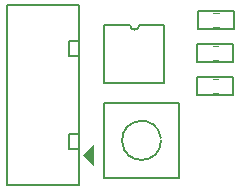
<source format=gto>
G04*
G04 #@! TF.GenerationSoftware,Altium Limited,Altium Designer,21.0.9 (235)*
G04*
G04 Layer_Color=65535*
%FSTAX24Y24*%
%MOIN*%
G70*
G04*
G04 #@! TF.SameCoordinates,4053B660-B042-41B2-9039-F209D6E1977B*
G04*
G04*
G04 #@! TF.FilePolarity,Positive*
G04*
G01*
G75*
%ADD10C,0.0070*%
%ADD11C,0.0079*%
%ADD12C,0.0040*%
%ADD13C,0.0050*%
G36*
X037545Y030895D02*
Y031605D01*
X037195Y031255D01*
X037185D01*
X037545Y030895D01*
D02*
G37*
D10*
X039786Y031833D02*
G03*
X039792Y03175I-000645J-000083D01*
G01*
X03673Y03505D02*
X03703D01*
X03673Y03455D02*
Y03505D01*
Y03455D02*
X03703D01*
X03674Y03196D02*
X03704D01*
X03674Y03146D02*
Y03196D01*
Y03146D02*
X03704D01*
X03465Y03025D02*
Y03625D01*
X03605D02*
X03705D01*
Y03025D02*
Y03625D01*
X03465Y03025D02*
X03705D01*
X03465Y03625D02*
X03605D01*
X0379Y0305D02*
Y033D01*
Y0305D02*
X0404D01*
Y033D01*
X0379D02*
X0404D01*
D11*
X038756Y035595D02*
G03*
X03907Y035595I000157J0D01*
G01*
X0379D02*
X038756D01*
X03907D02*
X0399D01*
Y03365D02*
Y035595D01*
X0379Y03365D02*
Y035595D01*
Y03365D02*
X0399D01*
D12*
X041533Y035514D02*
X041715D01*
X041533Y035986D02*
X041715D01*
X041509Y034414D02*
X041691D01*
X041509Y034886D02*
X041691D01*
X041509Y033314D02*
X041691D01*
X041509Y033786D02*
X041691D01*
D13*
X04103Y035451D02*
X042218D01*
Y036049D01*
X04103D02*
X042218D01*
X04103Y035451D02*
Y036049D01*
X041006Y034351D02*
X042194D01*
Y034949D01*
X041006D02*
X042194D01*
X041006Y034351D02*
Y034949D01*
Y033251D02*
X042194D01*
Y033849D01*
X041006D02*
X042194D01*
X041006Y033251D02*
Y033849D01*
M02*

</source>
